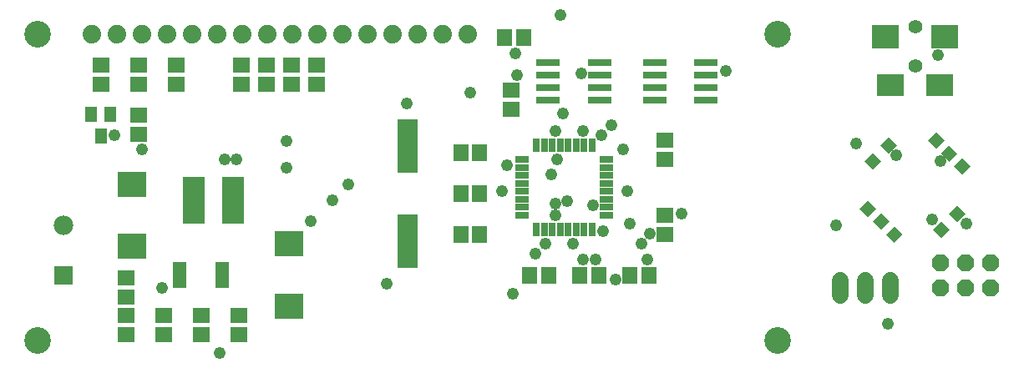
<source format=gts>
G75*
G70*
%OFA0B0*%
%FSLAX24Y24*%
%IPPOS*%
%LPD*%
%AMOC8*
5,1,8,0,0,1.08239X$1,22.5*
%
%ADD10C,0.1064*%
%ADD11C,0.0740*%
%ADD12R,0.0592X0.0671*%
%ADD13R,0.0671X0.0592*%
%ADD14R,0.0867X0.1852*%
%ADD15R,0.1182X0.1025*%
%ADD16R,0.0552X0.0257*%
%ADD17R,0.0840X0.2180*%
%ADD18OC8,0.0680*%
%ADD19C,0.0680*%
%ADD20R,0.0474X0.0631*%
%ADD21R,0.0580X0.0300*%
%ADD22R,0.0300X0.0580*%
%ADD23R,0.0946X0.0316*%
%ADD24R,0.0470X0.0470*%
%ADD25R,0.0780X0.0780*%
%ADD26C,0.0780*%
%ADD27R,0.1104X0.0946*%
%ADD28R,0.1104X0.0867*%
%ADD29C,0.0552*%
%ADD30C,0.0480*%
D10*
X002168Y002079D03*
X031695Y002079D03*
X031695Y014284D03*
X002168Y014284D03*
D11*
X004333Y014284D03*
X005333Y014284D03*
X006333Y014284D03*
X007333Y014284D03*
X008333Y014284D03*
X009333Y014284D03*
X010333Y014284D03*
X011333Y014284D03*
X012333Y014284D03*
X013333Y014284D03*
X014333Y014284D03*
X015333Y014284D03*
X016333Y014284D03*
X017333Y014284D03*
X018333Y014284D03*
X019333Y014284D03*
D12*
X020807Y014181D03*
X021555Y014181D03*
X019805Y009556D03*
X019057Y009556D03*
X019057Y007931D03*
X019805Y007931D03*
X019805Y006306D03*
X019057Y006306D03*
X021807Y004681D03*
X022555Y004681D03*
X023807Y004681D03*
X024555Y004681D03*
X025807Y004681D03*
X026555Y004681D03*
D13*
X027181Y006307D03*
X027181Y007055D03*
X027181Y009307D03*
X027181Y010055D03*
X021056Y011307D03*
X021056Y012055D03*
X013306Y012307D03*
X012306Y012307D03*
X011306Y012307D03*
X010306Y012307D03*
X010306Y013055D03*
X011306Y013055D03*
X012306Y013055D03*
X013306Y013055D03*
X007681Y013055D03*
X007681Y012307D03*
X006181Y012307D03*
X004681Y012307D03*
X004681Y013055D03*
X006181Y013055D03*
X006181Y011055D03*
X006181Y010307D03*
X005681Y004555D03*
X005681Y003807D03*
X005681Y003055D03*
X005681Y002307D03*
X007181Y002307D03*
X008681Y002307D03*
X008681Y003055D03*
X007181Y003055D03*
X010181Y003055D03*
X010181Y002307D03*
D14*
X009969Y007681D03*
X008394Y007681D03*
D15*
X005931Y008297D03*
X005931Y005816D03*
X012181Y005922D03*
X012181Y003441D03*
D16*
X009538Y004298D03*
X009538Y004553D03*
X009538Y004809D03*
X009538Y005065D03*
X007825Y005065D03*
X007825Y004809D03*
X007825Y004553D03*
X007825Y004298D03*
D17*
X016931Y006031D03*
X016931Y009831D03*
D18*
X038181Y005181D03*
X039181Y005181D03*
X040181Y005181D03*
X040181Y004181D03*
X039181Y004181D03*
X038181Y004181D03*
D19*
X036181Y004481D02*
X036181Y003881D01*
X035181Y003881D02*
X035181Y004481D01*
X034181Y004481D02*
X034181Y003881D01*
D20*
X005055Y011114D03*
X004307Y011114D03*
X004681Y010248D03*
D21*
X021491Y009284D03*
X021491Y008969D03*
X021491Y008654D03*
X021491Y008339D03*
X021491Y008024D03*
X021491Y007709D03*
X021491Y007394D03*
X021491Y007079D03*
X024871Y007079D03*
X024871Y007394D03*
X024871Y007709D03*
X024871Y008024D03*
X024871Y008339D03*
X024871Y008654D03*
X024871Y008969D03*
X024871Y009284D03*
D22*
X024284Y009871D03*
X023969Y009871D03*
X023654Y009871D03*
X023339Y009871D03*
X023024Y009871D03*
X022709Y009871D03*
X022394Y009871D03*
X022079Y009871D03*
X022079Y006491D03*
X022394Y006491D03*
X022709Y006491D03*
X023024Y006491D03*
X023339Y006491D03*
X023654Y006491D03*
X023969Y006491D03*
X024284Y006491D03*
D23*
X024580Y011681D03*
X024580Y012181D03*
X024580Y012681D03*
X024580Y013181D03*
X022533Y013181D03*
X022533Y012681D03*
X022533Y012181D03*
X022533Y011681D03*
X026783Y011681D03*
X026783Y012181D03*
X026783Y012681D03*
X026783Y013181D03*
X028830Y013181D03*
X028830Y012681D03*
X028830Y012181D03*
X028830Y011681D03*
D24*
G36*
X035509Y008907D02*
X035177Y009239D01*
X035509Y009571D01*
X035841Y009239D01*
X035509Y008907D01*
G37*
G36*
X036124Y009522D02*
X035792Y009854D01*
X036124Y010186D01*
X036456Y009854D01*
X036124Y009522D01*
G37*
G36*
X038348Y010076D02*
X038016Y009744D01*
X037684Y010076D01*
X038016Y010408D01*
X038348Y010076D01*
G37*
G36*
X038878Y009546D02*
X038546Y009214D01*
X038214Y009546D01*
X038546Y009878D01*
X038878Y009546D01*
G37*
G36*
X039408Y009016D02*
X039076Y008684D01*
X038744Y009016D01*
X039076Y009348D01*
X039408Y009016D01*
G37*
G36*
X035618Y007347D02*
X035286Y007015D01*
X034954Y007347D01*
X035286Y007679D01*
X035618Y007347D01*
G37*
G36*
X036149Y006817D02*
X035817Y006485D01*
X035485Y006817D01*
X035817Y007149D01*
X036149Y006817D01*
G37*
G36*
X036679Y006286D02*
X036347Y005954D01*
X036015Y006286D01*
X036347Y006618D01*
X036679Y006286D01*
G37*
G36*
X038239Y006177D02*
X037907Y006509D01*
X038239Y006841D01*
X038571Y006509D01*
X038239Y006177D01*
G37*
G36*
X038854Y006792D02*
X038522Y007124D01*
X038854Y007456D01*
X039186Y007124D01*
X038854Y006792D01*
G37*
D25*
X003181Y004681D03*
D26*
X003181Y006681D03*
D27*
X036000Y014197D03*
X038363Y014197D03*
D28*
X038166Y012268D03*
X036197Y012268D03*
D29*
X037181Y013016D03*
X037181Y014591D03*
D30*
X038101Y013461D03*
X029621Y012821D03*
X025061Y010661D03*
X023941Y010421D03*
X024661Y010261D03*
X025541Y009701D03*
X022901Y009301D03*
X022671Y008706D03*
X020901Y009061D03*
X020681Y008021D03*
X022821Y007541D03*
X023301Y007621D03*
X022821Y007061D03*
X024341Y007461D03*
X025711Y008021D03*
X027861Y007141D03*
X026581Y006341D03*
X026261Y005941D03*
X024741Y006421D03*
X025781Y006741D03*
X023541Y005941D03*
X022421Y005941D03*
X022021Y005541D03*
X023941Y005301D03*
X024421Y005301D03*
X025221Y004501D03*
X026501Y005301D03*
X021141Y003941D03*
X016101Y004341D03*
X013061Y006821D03*
X013931Y007681D03*
X014556Y008306D03*
X012101Y008981D03*
X010101Y009301D03*
X009621Y009301D03*
X012101Y010021D03*
X016901Y011541D03*
X019436Y011966D03*
X021306Y012681D03*
X021221Y013541D03*
X023861Y012741D03*
X023141Y011141D03*
X022821Y010421D03*
X034021Y006661D03*
X037861Y006901D03*
X039221Y006741D03*
X038181Y009221D03*
X036421Y009461D03*
X034821Y009941D03*
X023041Y015071D03*
X006341Y009701D03*
X005221Y010261D03*
X007141Y004171D03*
X009431Y001556D03*
X036101Y002741D03*
M02*

</source>
